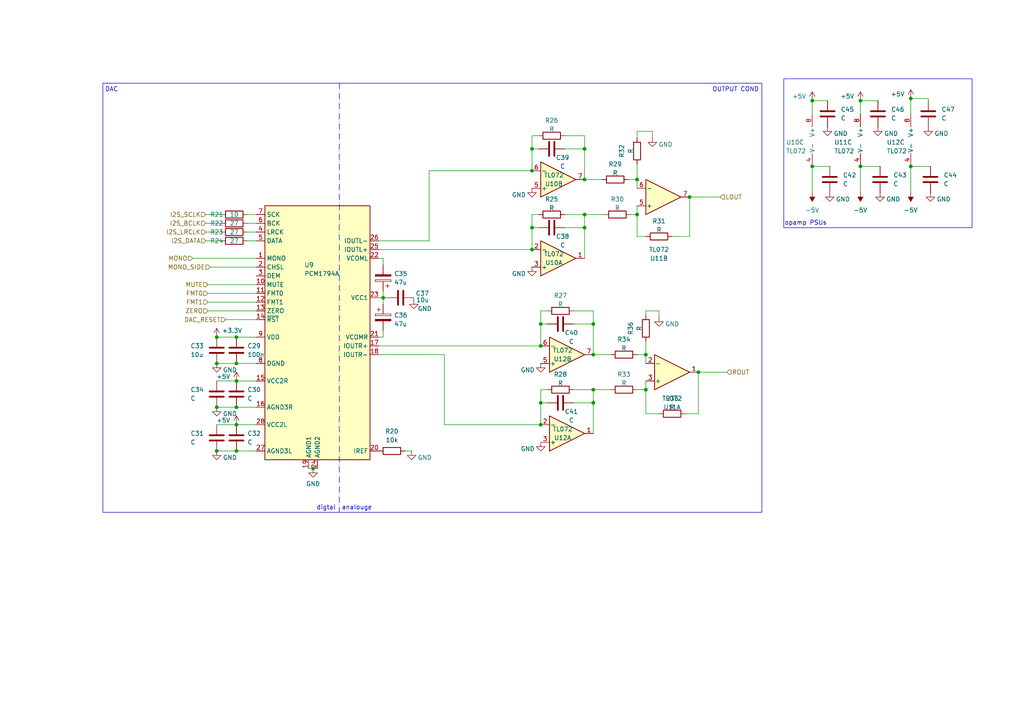
<source format=kicad_sch>
(kicad_sch (version 20231120) (generator "eeschema") (generator_version "8.0")
  (paper "A4")
  (lib_symbols
    (symbol "Amplifier_Operational:TL072" (pin_names (offset 0.127))
      (property "Reference" "U" (at 0 5.08 0))
      (property "Value" "TL072" (at 0 -5.08 0))
      (symbol "TL072_1_1"
        (polyline (pts (xy -5.08 5.08) (xy 5.08 0) (xy -5.08 -5.08) (xy -5.08 5.08)) (stroke (width 0.254)) (fill (type background)))
        (pin output line (at 7.62 0 180) (length 2.54) (name "~") (number "1"))
        (pin input line (at -7.62 -2.54 0) (length 2.54) (name "-") (number "2"))
        (pin input line (at -7.62 2.54 0) (length 2.54) (name "+") (number "3"))
      )
      (symbol "TL072_2_1"
        (polyline (pts (xy -5.08 5.08) (xy 5.08 0) (xy -5.08 -5.08) (xy -5.08 5.08)) (stroke (width 0.254)) (fill (type background)))
        (pin input line (at -7.62 2.54 0) (length 2.54) (name "+") (number "5"))
        (pin input line (at -7.62 -2.54 0) (length 2.54) (name "-") (number "6"))
        (pin output line (at 7.62 0 180) (length 2.54) (name "~") (number "7"))
      )
      (symbol "TL072_3_1"
        (pin power_in line (at -2.54 -7.62 90) (length 3.81) (name "V-") (number "4"))
        (pin power_in line (at -2.54 7.62 270) (length 3.81) (name "V+") (number "8"))
      )
    )
    (symbol "Audio:PCM1794A"
      (property "Reference" "U9" (at 7.2741 22.225 0))
      (property "Value" "PCM1794A" (at 7.2741 19.685 0))
      (symbol "PCM1794A_0_1"
        (rectangle (start -15.24 17.78) (end 15.24 -55.88) (stroke (width 0.254)) (fill (type background)))
      )
      (symbol "PCM1794A_1_1"
        (pin input line (at -17.78 2.54 0) (length 2.54) (name "MONO") (number "1"))
        (pin input line (at -17.78 -5.08 0) (length 2.54) (name "MUTE") (number "10"))
        (pin input line (at -17.78 -7.62 0) (length 2.54) (name "FMT0") (number "11"))
        (pin input line (at -17.78 -10.16 0) (length 2.54) (name "FMT1") (number "12"))
        (pin open_collector line (at -17.78 -12.7 0) (length 2.54) (name "ZERO") (number "13"))
        (pin input line (at -17.78 -15.24 0) (length 2.54) (name "~{RST}") (number "14"))
        (pin power_in line (at -17.78 -33.02 0) (length 2.54) (name "VCC2R") (number "15"))
        (pin power_in line (at -17.78 -40.64 0) (length 2.54) (name "AGND3R") (number "16"))
        (pin output line (at 17.78 -22.86 180) (length 2.54) (name "IOUTR+") (number "17"))
        (pin output line (at 17.78 -25.4 180) (length 2.54) (name "IOUTR-") (number "18"))
        (pin power_in line (at -2.54 -58.42 90) (length 2.54) (name "AGND1") (number "19"))
        (pin input line (at -17.78 0 0) (length 2.54) (name "CHSL") (number "2"))
        (pin passive line (at 17.78 -53.34 180) (length 2.54) (name "IREF") (number "20"))
        (pin output line (at 17.78 -20.32 180) (length 2.54) (name "VCOMR") (number "21"))
        (pin passive line (at 17.78 2.54 180) (length 2.54) (name "VCOML") (number "22"))
        (pin power_in line (at 17.78 -8.89 180) (length 2.54) (name "VCC1") (number "23"))
        (pin power_in line (at 0 -58.42 90) (length 2.54) (name "AGND2") (number "24"))
        (pin output line (at 17.78 5.08 180) (length 2.54) (name "IOUTL+") (number "25"))
        (pin output line (at 17.78 7.62 180) (length 2.54) (name "IOUTL-") (number "26"))
        (pin power_in line (at -17.78 -53.34 0) (length 2.54) (name "AGND3L") (number "27"))
        (pin power_in line (at -17.78 -45.72 0) (length 2.54) (name "VCC2L") (number "28"))
        (pin input line (at -17.78 -2.54 0) (length 2.54) (name "DEM") (number "3"))
        (pin input line (at -17.78 10.16 0) (length 2.54) (name "LRCK") (number "4"))
        (pin input line (at -17.78 7.62 0) (length 2.54) (name "DATA") (number "5"))
        (pin input line (at -17.78 12.7 0) (length 2.54) (name "BCK") (number "6"))
        (pin input line (at -17.78 15.24 0) (length 2.54) (name "SCK") (number "7"))
        (pin power_in line (at -17.78 -27.94 0) (length 2.54) (name "DGND") (number "8"))
        (pin power_in line (at -17.78 -20.32 0) (length 2.54) (name "VDD") (number "9"))
      )
    )
    (symbol "Device:C" (pin_numbers hide) (pin_names (offset 0.254))
      (property "Reference" "C" (at 0.635 2.54 0))
      (property "Value" "C" (at 0.635 -2.54 0))
      (symbol "C_0_1"
        (polyline (pts (xy -2.032 -0.762) (xy 2.032 -0.762)) (stroke (width 0.508)))
        (polyline (pts (xy -2.032 0.762) (xy 2.032 0.762)) (stroke (width 0.508)))
      )
      (symbol "C_1_1"
        (pin passive line (at 0 3.81 270) (length 2.794) (name "~") (number "1"))
        (pin passive line (at 0 -3.81 90) (length 2.794) (name "~") (number "2"))
      )
    )
    (symbol "Device:C_Polarized" (pin_numbers hide) (pin_names (offset 0.254))
      (property "Reference" "C" (at 0.635 2.54 0))
      (property "Value" "C_Polarized" (at 0.635 -2.54 0))
      (symbol "C_Polarized_0_1"
        (rectangle (start -2.286 0.508) (end 2.286 1.016))
        (polyline (pts (xy -1.778 2.286) (xy -0.762 2.286)))
        (polyline (pts (xy -1.27 2.794) (xy -1.27 1.778)))
        (rectangle (start 2.286 -0.508) (end -2.286 -1.016) (fill (type outline)))
      )
      (symbol "C_Polarized_1_1"
        (pin passive line (at 0 3.81 270) (length 2.794) (name "~") (number "1"))
        (pin passive line (at 0 -3.81 90) (length 2.794) (name "~") (number "2"))
      )
    )
    (symbol "Device:R" (pin_numbers hide) (pin_names (offset 0))
      (property "Reference" "R" (at 2.032 0 90))
      (property "Value" "R" (at 0 0 90))
      (symbol "R_0_1"
        (rectangle (start -1.016 -2.54) (end 1.016 2.54) (stroke (width 0.254)))
      )
      (symbol "R_1_1"
        (pin passive line (at 0 3.81 270) (length 1.27) (name "~") (number "1"))
        (pin passive line (at 0 -3.81 90) (length 1.27) (name "~") (number "2"))
      )
    )
    (symbol "power:+3.3V" (power) (pin_numbers hide) (pin_names (offset 0) hide)
      (property "Value" "+3.3V" (at 0 3.556 0))
      (symbol "+3.3V_0_1"
        (polyline (pts (xy -0.762 1.27) (xy 0 2.54)))
        (polyline (pts (xy 0 0) (xy 0 2.54)))
        (polyline (pts (xy 0 2.54) (xy 0.762 1.27)))
      )
      (symbol "+3.3V_1_1"
        (pin power_in line (at 0 0 90) (length 0) (name "~") (number "1"))
      )
    )
    (symbol "power:+5V" (power) (pin_numbers hide) (pin_names (offset 0) hide)
      (property "Value" "+5V" (at 0 3.556 0))
      (symbol "+5V_0_1"
        (polyline (pts (xy -0.762 1.27) (xy 0 2.54)))
        (polyline (pts (xy 0 0) (xy 0 2.54)))
        (polyline (pts (xy 0 2.54) (xy 0.762 1.27)))
      )
      (symbol "+5V_1_1"
        (pin power_in line (at 0 0 90) (length 0) (name "~") (number "1"))
      )
    )
    (symbol "power:-5V" (power) (pin_numbers hide) (pin_names (offset 0) hide)
      (property "Value" "-5V" (at 0 3.556 0))
      (symbol "-5V_0_0"
        (pin power_in line (at 0 0 90) (length 0) (name "~") (number "1"))
      )
      (symbol "-5V_0_1"
        (polyline (pts (xy 0 0) (xy 0 1.27) (xy 0.762 1.27) (xy 0 2.54) (xy -0.762 1.27) (xy 0 1.27)) (fill (type outline)))
      )
    )
    (symbol "power:GND" (power) (pin_numbers hide) (pin_names (offset 0) hide)
      (property "Value" "GND" (at 0 -3.81 0))
      (symbol "GND_0_1"
        (polyline (pts (xy 0 0) (xy 0 -1.27) (xy 1.27 -1.27) (xy 0 -2.54) (xy -1.27 -1.27) (xy 0 -1.27)))
      )
      (symbol "GND_1_1"
        (pin power_in line (at 0 0 270) (length 0) (name "~") (number "1"))
      )
    )
  )
  (junction (at 172.085 93.98))
  (junction (at 62.865 118.11))
  (junction (at 187.325 102.87))
  (junction (at 169.545 52.07))
  (junction (at 172.085 116.84))
  (junction (at 249.555 29.21))
  (junction (at 154.305 43.18))
  (junction (at 200.025 57.15))
  (junction (at 154.305 72.39))
  (junction (at 156.845 93.98))
  (junction (at 264.16 48.26))
  (junction (at 187.325 113.03))
  (junction (at 156.845 116.84))
  (junction (at 172.085 113.03))
  (junction (at 184.785 52.07))
  (junction (at 62.865 105.41))
  (junction (at 62.865 130.81))
  (junction (at 90.805 135.89))
  (junction (at 235.585 48.26))
  (junction (at 184.785 62.23))
  (junction (at 68.58 110.49))
  (junction (at 68.58 123.19))
  (junction (at 169.545 62.23))
  (junction (at 68.58 130.81))
  (junction (at 172.085 102.87))
  (junction (at 68.58 97.79))
  (junction (at 156.845 100.33))
  (junction (at 202.565 107.95))
  (junction (at 169.545 66.04))
  (junction (at 111.125 86.36))
  (junction (at 235.585 29.21))
  (junction (at 169.545 43.18))
  (junction (at 154.305 49.53))
  (junction (at 68.58 105.41))
  (junction (at 62.865 97.79))
  (junction (at 68.58 118.11))
  (junction (at 154.305 66.04))
  (junction (at 156.845 123.19))
  (junction (at 264.16 28.575))
  (junction (at 249.555 48.26))
  (wire (pts (xy 235.585 48.26) (xy 240.665 48.26)))
  (wire (pts (xy 172.085 113.03) (xy 177.165 113.03)))
  (wire (pts (xy 109.855 74.93) (xy 111.125 74.93)))
  (wire (pts (xy 59.69 64.77) (xy 64.135 64.77)))
  (wire (pts (xy 249.555 29.21) (xy 249.555 33.02)))
  (wire (pts (xy 156.845 100.33) (xy 156.845 93.98)))
  (wire (pts (xy 184.785 62.23) (xy 184.785 68.58)))
  (wire (pts (xy 62.865 110.49) (xy 68.58 110.49)))
  (wire (pts (xy 184.785 113.03) (xy 187.325 113.03)))
  (wire (pts (xy 184.785 38.1) (xy 189.23 38.1)))
  (wire (pts (xy 169.545 66.04) (xy 169.545 74.93)))
  (wire (pts (xy 235.585 29.21) (xy 235.585 33.02)))
  (wire (pts (xy 166.37 93.98) (xy 172.085 93.98)))
  (wire (pts (xy 154.305 66.04) (xy 156.21 66.04)))
  (wire (pts (xy 249.555 29.21) (xy 254.635 29.21)))
  (wire (pts (xy 68.58 130.81) (xy 74.295 130.81)))
  (wire (pts (xy 62.865 105.41) (xy 68.58 105.41)))
  (wire (pts (xy 202.565 107.95) (xy 210.82 107.95)))
  (wire (pts (xy 264.16 48.26) (xy 269.875 48.26)))
  (wire (pts (xy 187.325 102.87) (xy 187.325 105.41)))
  (wire (pts (xy 109.855 69.85) (xy 124.46 69.85)))
  (wire (pts (xy 184.785 52.07) (xy 184.785 54.61)))
  (wire (pts (xy 111.125 74.93) (xy 111.125 76.835)))
  (wire (pts (xy 62.865 130.81) (xy 68.58 130.81)))
  (wire (pts (xy 187.325 99.06) (xy 187.325 102.87)))
  (wire (pts (xy 156.845 90.17) (xy 158.75 90.17)))
  (wire (pts (xy 156.845 116.84) (xy 158.75 116.84)))
  (wire (pts (xy 156.845 113.03) (xy 158.75 113.03)))
  (wire (pts (xy 264.16 28.575) (xy 264.16 33.02)))
  (wire (pts (xy 60.325 82.55) (xy 74.295 82.55)))
  (wire (pts (xy 182.88 62.23) (xy 184.785 62.23)))
  (wire (pts (xy 172.085 90.17) (xy 172.085 93.98)))
  (wire (pts (xy 184.785 68.58) (xy 187.325 68.58)))
  (wire (pts (xy 59.69 67.31) (xy 64.135 67.31)))
  (wire (pts (xy 156.845 93.98) (xy 158.75 93.98)))
  (wire (pts (xy 200.025 57.15) (xy 208.915 57.15)))
  (wire (pts (xy 120.015 86.995) (xy 120.015 86.36)))
  (wire (pts (xy 154.305 43.18) (xy 154.305 39.37)))
  (wire (pts (xy 111.125 86.36) (xy 111.125 88.265)))
  (wire (pts (xy 111.125 84.455) (xy 111.125 86.36)))
  (wire (pts (xy 163.83 43.18) (xy 169.545 43.18)))
  (wire (pts (xy 264.16 55.88) (xy 264.16 48.26)))
  (wire (pts (xy 156.845 93.98) (xy 156.845 90.17)))
  (wire (pts (xy 163.83 62.23) (xy 169.545 62.23)))
  (wire (pts (xy 68.58 110.49) (xy 74.295 110.49)))
  (polyline (pts (xy 98.425 24.13) (xy 98.425 148.59)) (stroke (width 0) (type dash_dot)))
  (wire (pts (xy 191.135 90.17) (xy 191.135 92.075)))
  (wire (pts (xy 187.325 90.17) (xy 191.135 90.17)))
  (wire (pts (xy 154.305 49.53) (xy 154.305 43.18)))
  (wire (pts (xy 184.785 47.625) (xy 184.785 52.07)))
  (wire (pts (xy 71.755 69.85) (xy 74.295 69.85)))
  (wire (pts (xy 65.405 92.71) (xy 74.295 92.71)))
  (wire (pts (xy 55.88 74.93) (xy 74.295 74.93)))
  (wire (pts (xy 111.125 86.36) (xy 112.395 86.36)))
  (wire (pts (xy 169.545 43.18) (xy 169.545 52.07)))
  (wire (pts (xy 154.305 72.39) (xy 154.305 66.04)))
  (wire (pts (xy 249.555 48.26) (xy 255.27 48.26)))
  (wire (pts (xy 154.305 39.37) (xy 156.21 39.37)))
  (wire (pts (xy 182.245 52.07) (xy 184.785 52.07)))
  (wire (pts (xy 119.38 130.81) (xy 117.475 130.81)))
  (wire (pts (xy 163.83 39.37) (xy 169.545 39.37)))
  (wire (pts (xy 154.305 43.18) (xy 156.21 43.18)))
  (wire (pts (xy 172.085 102.87) (xy 177.165 102.87)))
  (wire (pts (xy 202.565 120.015) (xy 202.565 107.95)))
  (wire (pts (xy 163.83 66.04) (xy 169.545 66.04)))
  (wire (pts (xy 169.545 62.23) (xy 169.545 66.04)))
  (wire (pts (xy 59.69 69.85) (xy 64.135 69.85)))
  (wire (pts (xy 169.545 52.07) (xy 174.625 52.07)))
  (wire (pts (xy 264.16 28.575) (xy 269.24 28.575)))
  (wire (pts (xy 269.24 28.575) (xy 269.24 29.21)))
  (wire (pts (xy 187.325 120.015) (xy 191.135 120.015)))
  (wire (pts (xy 172.085 93.98) (xy 172.085 102.87)))
  (wire (pts (xy 194.945 68.58) (xy 200.025 68.58)))
  (wire (pts (xy 187.325 91.44) (xy 187.325 90.17)))
  (wire (pts (xy 124.46 49.53) (xy 154.305 49.53)))
  (wire (pts (xy 198.755 120.015) (xy 202.565 120.015)))
  (wire (pts (xy 187.325 113.03) (xy 187.325 120.015)))
  (wire (pts (xy 200.025 68.58) (xy 200.025 57.15)))
  (wire (pts (xy 109.855 86.36) (xy 111.125 86.36)))
  (wire (pts (xy 109.855 100.33) (xy 156.845 100.33)))
  (wire (pts (xy 184.785 102.87) (xy 187.325 102.87)))
  (wire (pts (xy 109.855 102.87) (xy 128.905 102.87)))
  (wire (pts (xy 68.58 97.79) (xy 74.295 97.79)))
  (wire (pts (xy 62.865 123.19) (xy 68.58 123.19)))
  (wire (pts (xy 154.305 66.04) (xy 154.305 62.23)))
  (wire (pts (xy 128.905 123.19) (xy 156.845 123.19)))
  (wire (pts (xy 68.58 123.19) (xy 74.295 123.19)))
  (wire (pts (xy 184.785 40.005) (xy 184.785 38.1)))
  (wire (pts (xy 111.125 95.885) (xy 111.125 97.79)))
  (wire (pts (xy 124.46 69.85) (xy 124.46 49.53)))
  (wire (pts (xy 169.545 62.23) (xy 175.26 62.23)))
  (wire (pts (xy 172.085 116.84) (xy 172.085 125.73)))
  (wire (pts (xy 109.855 72.39) (xy 154.305 72.39)))
  (wire (pts (xy 71.755 67.31) (xy 74.295 67.31)))
  (wire (pts (xy 89.535 135.89) (xy 90.805 135.89)))
  (wire (pts (xy 90.805 135.89) (xy 92.075 135.89)))
  (wire (pts (xy 59.69 62.23) (xy 64.135 62.23)))
  (wire (pts (xy 62.865 118.11) (xy 68.58 118.11)))
  (wire (pts (xy 172.085 113.03) (xy 172.085 116.84)))
  (wire (pts (xy 156.845 116.84) (xy 156.845 113.03)))
  (wire (pts (xy 169.545 39.37) (xy 169.545 43.18)))
  (wire (pts (xy 154.305 62.23) (xy 156.21 62.23)))
  (wire (pts (xy 187.325 113.03) (xy 187.325 110.49)))
  (wire (pts (xy 235.585 29.21) (xy 240.03 29.21)))
  (wire (pts (xy 60.325 90.17) (xy 74.295 90.17)))
  (wire (pts (xy 60.96 77.47) (xy 74.295 77.47)))
  (wire (pts (xy 249.555 55.88) (xy 249.555 48.26)))
  (wire (pts (xy 166.37 90.17) (xy 172.085 90.17)))
  (wire (pts (xy 189.23 38.1) (xy 189.23 40.005)))
  (wire (pts (xy 71.755 64.77) (xy 74.295 64.77)))
  (wire (pts (xy 156.845 123.19) (xy 156.845 116.84)))
  (wire (pts (xy 109.855 97.79) (xy 111.125 97.79)))
  (wire (pts (xy 166.37 116.84) (xy 172.085 116.84)))
  (wire (pts (xy 60.325 87.63) (xy 74.295 87.63)))
  (wire (pts (xy 68.58 105.41) (xy 74.295 105.41)))
  (wire (pts (xy 235.585 55.88) (xy 235.585 48.26)))
  (wire (pts (xy 128.905 102.87) (xy 128.905 123.19)))
  (wire (pts (xy 68.58 118.11) (xy 74.295 118.11)))
  (wire (pts (xy 166.37 113.03) (xy 172.085 113.03)))
  (wire (pts (xy 184.785 59.69) (xy 184.785 62.23)))
  (wire (pts (xy 62.865 97.79) (xy 68.58 97.79)))
  (wire (pts (xy 60.325 85.09) (xy 74.295 85.09)))
  (wire (pts (xy 71.755 62.23) (xy 74.295 62.23)))
  (rectangle (start 227.33 22.86) (end 281.94 66.04))
  (rectangle (start 29.845 24.13) (end 220.98 148.59))
  (text "analouge" (at 103.505 147.32 0) (effects (font (size 1.27 1.27))))
  (text "OUTPUT COND" (at 213.36 26.035 0) (effects (font (size 1.27 1.27))))
  (text "DAC" (at 32.385 26.035 0) (effects (font (size 1.27 1.27))))
  (text "opamp PSUs" (at 233.68 64.77 0) (effects (font (size 1.27 1.27))))
  (text "digtal" (at 94.615 147.32 0) (effects (font (size 1.27 1.27))))
  (hierarchical_label "FMT1" (shape input) (at 60.325 87.63 180))
  (hierarchical_label "I2S_DATA" (shape input) (at 59.69 69.85 180))
  (hierarchical_label "FMT0" (shape input) (at 60.325 85.09 180))
  (hierarchical_label "MUTE" (shape input) (at 60.325 82.55 180))
  (hierarchical_label "ROUT" (shape input) (at 210.82 107.95 0))
  (hierarchical_label "LOUT" (shape input) (at 208.915 57.15 0))
  (hierarchical_label "MONO_SIDE" (shape input) (at 60.96 77.47 180))
  (hierarchical_label "ZERO" (shape input) (at 60.325 90.17 180))
  (hierarchical_label "I2S_BCLK" (shape input) (at 59.69 64.77 180))
  (hierarchical_label "I2S_LRCLK" (shape input) (at 59.69 67.31 180))
  (hierarchical_label "MONO" (shape input) (at 55.88 74.93 180))
  (hierarchical_label "I2S_SCLK" (shape input) (at 59.69 62.23 180))
  (hierarchical_label "DAC_RESET" (shape input) (at 65.405 92.71 180))
  (symbol (lib_id "Device:R") (at 67.945 67.31 90) (unit 1)
    (property "Reference" "R23" (at 62.865 67.31 90))
    (property "Value" "27" (at 67.945 67.31 90))
    (property "Description" "Resistor" (effects (hide yes)))
  )
  (symbol (lib_id "Amplifier_Operational:TL072") (at 238.125 40.64 0) (unit 3)
    (property "Reference" "U10" (at 227.965 41.275 0) (effects (justify left)))
    (property "Value" "TL072" (at 227.965 43.815 0) (effects (justify left)))
    (property "Datasheet" "http://www.ti.com/lit/ds/symlink/tl071.pdf" (effects (hide yes)))
    (property "Description" "Dual Low-Noise JFET-Input Operational Amplifiers, DIP-8/SOIC-8" (effects (hide yes)))
  )
  (symbol (lib_id "power:+5V") (at 249.555 29.21 0) (unit 1)
    (property "Reference" "#PWR098" (effects (hide yes)))
    (property "Value" "+5V" (at 245.745 27.94 0))
    (property "Description" "Power symbol creates a global label with name \"+5V\"" (effects (hide yes)))
  )
  (symbol (lib_id "Device:R") (at 160.02 62.23 90) (unit 1)
    (property "Reference" "R25" (at 160.02 57.785 90))
    (property "Value" "R" (at 160.02 60.325 90))
    (property "Description" "Resistor" (effects (hide yes)))
  )
  (symbol (lib_id "Device:C") (at 68.58 101.6 0) (unit 1)
    (property "Reference" "C29" (at 71.755 100.3299 0) (effects (justify left)))
    (property "Value" "100n" (at 71.755 102.8699 0) (effects (justify left)))
    (property "Description" "Unpolarized capacitor" (effects (hide yes)))
  )
  (symbol (lib_id "Device:C_Polarized") (at 111.125 92.075 0) (unit 1)
    (property "Reference" "C36" (at 114.3 91.44 0) (effects (justify left)))
    (property "Value" "47u" (at 114.3 93.98 0) (effects (justify left)))
    (property "Description" "Polarized capacitor" (effects (hide yes)))
  )
  (symbol (lib_id "power:GND") (at 255.27 55.88 0) (unit 1)
    (property "Reference" "#PWR081" (effects (hide yes)))
    (property "Value" "GND" (at 259.08 57.785 0))
    (property "Description" "Power symbol creates a global label with name \"GND\" , ground" (effects (hide yes)))
  )
  (symbol (lib_id "Device:C_Polarized") (at 111.125 80.645 180) (unit 1)
    (property "Reference" "C35" (at 114.3 79.375 0) (effects (justify right)))
    (property "Value" "47u" (at 114.3 81.915 0) (effects (justify right)))
    (property "Description" "Polarized capacitor" (effects (hide yes)))
  )
  (symbol (lib_id "Device:R") (at 178.435 52.07 90) (unit 1)
    (property "Reference" "R29" (at 178.435 47.625 90))
    (property "Value" "R" (at 178.435 50.165 90))
    (property "Description" "Resistor" (effects (hide yes)))
  )
  (symbol (lib_id "Device:C") (at 160.02 66.04 90) (unit 1)
    (property "Reference" "C38" (at 163.195 68.58 90))
    (property "Value" "C" (at 163.195 71.12 90))
    (property "Description" "Unpolarized capacitor" (effects (hide yes)))
  )
  (symbol (lib_id "power:GND") (at 240.665 55.88 0) (unit 1)
    (property "Reference" "#PWR080" (effects (hide yes)))
    (property "Value" "GND" (at 244.475 57.785 0))
    (property "Description" "Power symbol creates a global label with name \"GND\" , ground" (effects (hide yes)))
  )
  (symbol (lib_id "power:GND") (at 156.845 128.27 0) (unit 1)
    (property "Reference" "#PWR068" (effects (hide yes)))
    (property "Value" "GND" (at 153.035 130.175 0))
    (property "Description" "Power symbol creates a global label with name \"GND\" , ground" (effects (hide yes)))
  )
  (symbol (lib_id "power:+5V") (at 235.585 29.21 0) (unit 1)
    (property "Reference" "#PWR097" (effects (hide yes)))
    (property "Value" "+5V" (at 231.775 27.94 0))
    (property "Description" "Power symbol creates a global label with name \"+5V\"" (effects (hide yes)))
  )
  (symbol (lib_id "Device:R") (at 194.945 120.015 90) (unit 1)
    (property "Reference" "R35" (at 194.945 115.57 90))
    (property "Value" "R" (at 194.945 118.11 90))
    (property "Description" "Resistor" (effects (hide yes)))
  )
  (symbol (lib_id "Device:R") (at 67.945 62.23 90) (unit 1)
    (property "Reference" "R21" (at 62.865 62.23 90))
    (property "Value" "10" (at 67.945 62.23 90))
    (property "Description" "Resistor" (effects (hide yes)))
  )
  (symbol (lib_id "Device:R") (at 67.945 64.77 90) (unit 1)
    (property "Reference" "R22" (at 62.865 64.77 90))
    (property "Value" "27" (at 67.945 64.77 90))
    (property "Description" "Resistor" (effects (hide yes)))
  )
  (symbol (lib_id "power:-5V") (at 235.585 55.88 180) (unit 1)
    (property "Reference" "#PWR074" (effects (hide yes)))
    (property "Value" "-5V" (at 235.585 60.96 0))
    (property "Description" "Power symbol creates a global label with name \"-5V\"" (effects (hide yes)))
  )
  (symbol (lib_id "Amplifier_Operational:TL072") (at 164.465 125.73 0) (mirror x) (unit 1)
    (property "Reference" "U12" (at 163.195 127 0))
    (property "Value" "TL072" (at 163.195 124.46 0))
    (property "Datasheet" "http://www.ti.com/lit/ds/symlink/tl071.pdf" (effects (hide yes)))
    (property "Description" "Dual Low-Noise JFET-Input Operational Amplifiers, DIP-8/SOIC-8" (effects (hide yes)))
  )
  (symbol (lib_id "Device:C") (at 68.58 114.3 0) (unit 1)
    (property "Reference" "C30" (at 71.755 113.0299 0) (effects (justify left)))
    (property "Value" "C" (at 71.755 115.5699 0) (effects (justify left)))
    (property "Description" "Unpolarized capacitor" (effects (hide yes)))
  )
  (symbol (lib_id "Device:C") (at 162.56 116.84 90) (unit 1)
    (property "Reference" "C41" (at 165.735 119.38 90))
    (property "Value" "C" (at 165.735 121.92 90))
    (property "Description" "Unpolarized capacitor" (effects (hide yes)))
  )
  (symbol (lib_id "power:GND") (at 269.875 55.88 0) (unit 1)
    (property "Reference" "#PWR082" (effects (hide yes)))
    (property "Value" "GND" (at 273.685 57.785 0))
    (property "Description" "Power symbol creates a global label with name \"GND\" , ground" (effects (hide yes)))
  )
  (symbol (lib_id "power:GND") (at 156.845 105.41 0) (unit 1)
    (property "Reference" "#PWR069" (effects (hide yes)))
    (property "Value" "GND" (at 153.035 107.315 0))
    (property "Description" "Power symbol creates a global label with name \"GND\" , ground" (effects (hide yes)))
  )
  (symbol (lib_id "Device:C") (at 255.27 52.07 0) (unit 1)
    (property "Reference" "C43" (at 259.08 50.7999 0) (effects (justify left)))
    (property "Value" "C" (at 259.08 53.3399 0) (effects (justify left)))
    (property "Description" "Unpolarized capacitor" (effects (hide yes)))
  )
  (symbol (lib_id "power:GND") (at 189.23 40.005 0) (unit 1)
    (property "Reference" "#PWR072" (effects (hide yes)))
    (property "Value" "GND" (at 193.04 41.91 0))
    (property "Description" "Power symbol creates a global label with name \"GND\" , ground" (effects (hide yes)))
  )
  (symbol (lib_id "power:-5V") (at 249.555 55.88 180) (unit 1)
    (property "Reference" "#PWR075" (effects (hide yes)))
    (property "Value" "-5V" (at 249.555 60.96 0))
    (property "Description" "Power symbol creates a global label with name \"-5V\"" (effects (hide yes)))
  )
  (symbol (lib_id "Amplifier_Operational:TL072") (at 266.7 40.64 0) (unit 3)
    (property "Reference" "U12" (at 257.175 41.275 0) (effects (justify left)))
    (property "Value" "TL072" (at 257.175 43.815 0) (effects (justify left)))
    (property "Datasheet" "http://www.ti.com/lit/ds/symlink/tl071.pdf" (effects (hide yes)))
    (property "Description" "Dual Low-Noise JFET-Input Operational Amplifiers, DIP-8/SOIC-8" (effects (hide yes)))
  )
  (symbol (lib_id "Amplifier_Operational:TL072") (at 252.095 40.64 0) (unit 3)
    (property "Reference" "U11" (at 241.935 41.275 0) (effects (justify left)))
    (property "Value" "TL072" (at 241.935 43.815 0) (effects (justify left)))
    (property "Datasheet" "http://www.ti.com/lit/ds/symlink/tl071.pdf" (effects (hide yes)))
    (property "Description" "Dual Low-Noise JFET-Input Operational Amplifiers, DIP-8/SOIC-8" (effects (hide yes)))
  )
  (symbol (lib_id "power:GND") (at 120.015 86.995 0) (unit 1)
    (property "Reference" "#PWR066" (effects (hide yes)))
    (property "Value" "GND" (at 123.19 89.535 0))
    (property "Description" "Power symbol creates a global label with name \"GND\" , ground" (effects (hide yes)))
  )
  (symbol (lib_id "power:GND") (at 191.135 92.075 0) (unit 1)
    (property "Reference" "#PWR073" (effects (hide yes)))
    (property "Value" "GND" (at 194.945 93.98 0))
    (property "Description" "Power symbol creates a global label with name \"GND\" , ground" (effects (hide yes)))
  )
  (symbol (lib_id "Device:C") (at 62.865 127 0) (unit 1)
    (property "Reference" "C31" (at 55.245 125.73 0) (effects (justify left)))
    (property "Value" "C" (at 55.245 128.27 0) (effects (justify left)))
    (property "Description" "Unpolarized capacitor" (effects (hide yes)))
  )
  (symbol (lib_id "power:GND") (at 119.38 130.81 0) (unit 1)
    (property "Reference" "#PWR067" (effects (hide yes)))
    (property "Value" "GND" (at 123.19 132.715 0))
    (property "Description" "Power symbol creates a global label with name \"GND\" , ground" (effects (hide yes)))
  )
  (symbol (lib_id "power:GND") (at 62.865 118.11 0) (unit 1)
    (property "Reference" "#PWR063" (effects (hide yes)))
    (property "Value" "GND" (at 66.675 120.015 0))
    (property "Description" "Power symbol creates a global label with name \"GND\" , ground" (effects (hide yes)))
  )
  (symbol (lib_id "Device:R") (at 113.665 130.81 90) (unit 1)
    (property "Reference" "R20" (at 113.665 125.095 90))
    (property "Value" "10k" (at 113.665 127.635 90))
    (property "Description" "Resistor" (effects (hide yes)))
  )
  (symbol (lib_id "Amplifier_Operational:TL072") (at 161.925 74.93 0) (mirror x) (unit 1)
    (property "Reference" "U10" (at 160.655 76.2 0))
    (property "Value" "TL072" (at 160.655 73.66 0))
    (property "Datasheet" "http://www.ti.com/lit/ds/symlink/tl071.pdf" (effects (hide yes)))
    (property "Description" "Dual Low-Noise JFET-Input Operational Amplifiers, DIP-8/SOIC-8" (effects (hide yes)))
  )
  (symbol (lib_id "Device:R") (at 180.975 113.03 90) (unit 1)
    (property "Reference" "R33" (at 180.975 108.585 90))
    (property "Value" "R" (at 180.975 111.125 90))
    (property "Description" "Resistor" (effects (hide yes)))
  )
  (symbol (lib_id "Device:R") (at 184.785 43.815 180) (unit 1)
    (property "Reference" "R32" (at 180.34 43.815 90))
    (property "Value" "R" (at 182.88 43.815 90))
    (property "Description" "Resistor" (effects (hide yes)))
  )
  (symbol (lib_id "power:GND") (at 62.865 105.41 0) (unit 1)
    (property "Reference" "#PWR064" (effects (hide yes)))
    (property "Value" "GND" (at 66.675 107.315 0))
    (property "Description" "Power symbol creates a global label with name \"GND\" , ground" (effects (hide yes)))
  )
  (symbol (lib_id "power:GND") (at 154.305 54.61 0) (unit 1)
    (property "Reference" "#PWR071" (effects (hide yes)))
    (property "Value" "GND" (at 150.495 56.515 0))
    (property "Description" "Power symbol creates a global label with name \"GND\" , ground" (effects (hide yes)))
  )
  (symbol (lib_id "Device:R") (at 180.975 102.87 90) (unit 1)
    (property "Reference" "R34" (at 180.975 98.425 90))
    (property "Value" "R" (at 180.975 100.965 90))
    (property "Description" "Resistor" (effects (hide yes)))
  )
  (symbol (lib_id "Amplifier_Operational:TL072") (at 192.405 57.15 0) (mirror x) (unit 2)
    (property "Reference" "U11" (at 191.135 74.93 0))
    (property "Value" "TL072" (at 191.135 72.39 0))
    (property "Datasheet" "http://www.ti.com/lit/ds/symlink/tl071.pdf" (effects (hide yes)))
    (property "Description" "Dual Low-Noise JFET-Input Operational Amplifiers, DIP-8/SOIC-8" (effects (hide yes)))
  )
  (symbol (lib_id "power:+5V") (at 68.58 123.19 0) (unit 1)
    (property "Reference" "#PWR078" (effects (hide yes)))
    (property "Value" "+5V" (at 64.77 121.92 0))
    (property "Description" "Power symbol creates a global label with name \"+5V\"" (effects (hide yes)))
  )
  (symbol (lib_id "Amplifier_Operational:TL072") (at 194.945 107.95 0) (mirror x) (unit 1)
    (property "Reference" "U11" (at 194.945 118.11 0))
    (property "Value" "TL072" (at 194.945 115.57 0))
    (property "Datasheet" "http://www.ti.com/lit/ds/symlink/tl071.pdf" (effects (hide yes)))
    (property "Description" "Dual Low-Noise JFET-Input Operational Amplifiers, DIP-8/SOIC-8" (effects (hide yes)))
  )
  (symbol (lib_id "Device:R") (at 160.02 39.37 90) (unit 1)
    (property "Reference" "R26" (at 160.02 34.925 90))
    (property "Value" "R" (at 160.02 37.465 90))
    (property "Description" "Resistor" (effects (hide yes)))
  )
  (symbol (lib_id "Device:C") (at 240.03 33.02 0) (unit 1)
    (property "Reference" "C45" (at 243.84 31.7499 0) (effects (justify left)))
    (property "Value" "C" (at 243.84 34.2899 0) (effects (justify left)))
    (property "Description" "Unpolarized capacitor" (effects (hide yes)))
  )
  (symbol (lib_id "Device:C") (at 240.665 52.07 0) (unit 1)
    (property "Reference" "C42" (at 244.475 50.7999 0) (effects (justify left)))
    (property "Value" "C" (at 244.475 53.3399 0) (effects (justify left)))
    (property "Description" "Unpolarized capacitor" (effects (hide yes)))
  )
  (symbol (lib_id "Device:R") (at 179.07 62.23 90) (unit 1)
    (property "Reference" "R30" (at 179.07 57.785 90))
    (property "Value" "R" (at 179.07 60.325 90))
    (property "Description" "Resistor" (effects (hide yes)))
  )
  (symbol (lib_id "power:GND") (at 90.805 135.89 0) (unit 1)
    (property "Reference" "#PWR062" (effects (hide yes)))
    (property "Value" "GND" (at 90.805 140.335 0))
    (property "Description" "Power symbol creates a global label with name \"GND\" , ground" (effects (hide yes)))
  )
  (symbol (lib_id "Device:C") (at 160.02 43.18 90) (unit 1)
    (property "Reference" "C39" (at 163.195 45.72 90))
    (property "Value" "C" (at 163.195 48.26 90))
    (property "Description" "Unpolarized capacitor" (effects (hide yes)))
  )
  (symbol (lib_id "power:GND") (at 269.24 36.83 0) (unit 1)
    (property "Reference" "#PWR083" (effects (hide yes)))
    (property "Value" "GND" (at 273.05 38.735 0))
    (property "Description" "Power symbol creates a global label with name \"GND\" , ground" (effects (hide yes)))
  )
  (symbol (lib_id "Device:C") (at 116.205 86.36 90) (unit 1)
    (property "Reference" "C37" (at 124.46 85.09 90) (effects (justify left)))
    (property "Value" "10u" (at 124.46 86.995 90) (effects (justify left)))
    (property "Description" "Unpolarized capacitor" (effects (hide yes)))
  )
  (symbol (lib_id "Device:R") (at 162.56 113.03 90) (unit 1)
    (property "Reference" "R28" (at 162.56 108.585 90))
    (property "Value" "R" (at 162.56 111.125 90))
    (property "Description" "Resistor" (effects (hide yes)))
  )
  (symbol (lib_id "Device:C") (at 269.24 33.02 0) (unit 1)
    (property "Reference" "C47" (at 273.05 31.7499 0) (effects (justify left)))
    (property "Value" "C" (at 273.05 34.2899 0) (effects (justify left)))
    (property "Description" "Unpolarized capacitor" (effects (hide yes)))
  )
  (symbol (lib_id "power:+3.3V") (at 62.865 97.79 0) (unit 1)
    (property "Reference" "#PWR079" (effects (hide yes)))
    (property "Value" "+3.3V" (at 67.31 95.885 0))
    (property "Description" "Power symbol creates a global label with name \"+3.3V\"" (effects (hide yes)))
  )
  (symbol (lib_id "Device:R") (at 67.945 69.85 90) (unit 1)
    (property "Reference" "R24" (at 62.865 69.85 90))
    (property "Value" "27" (at 67.945 69.85 90))
    (property "Description" "Resistor" (effects (hide yes)))
  )
  (symbol (lib_id "Amplifier_Operational:TL072") (at 164.465 102.87 0) (mirror x) (unit 2)
    (property "Reference" "U12" (at 163.195 104.14 0))
    (property "Value" "TL072" (at 163.195 101.6 0))
    (property "Datasheet" "http://www.ti.com/lit/ds/symlink/tl071.pdf" (effects (hide yes)))
    (property "Description" "Dual Low-Noise JFET-Input Operational Amplifiers, DIP-8/SOIC-8" (effects (hide yes)))
  )
  (symbol (lib_id "Device:R") (at 191.135 68.58 90) (unit 1)
    (property "Reference" "R31" (at 191.135 64.135 90))
    (property "Value" "R" (at 191.135 66.675 90))
    (property "Description" "Resistor" (effects (hide yes)))
  )
  (symbol (lib_id "power:GND") (at 254.635 36.83 0) (unit 1)
    (property "Reference" "#PWR084" (effects (hide yes)))
    (property "Value" "GND" (at 258.445 38.735 0))
    (property "Description" "Power symbol creates a global label with name \"GND\" , ground" (effects (hide yes)))
  )
  (symbol (lib_id "power:GND") (at 154.305 77.47 0) (unit 1)
    (property "Reference" "#PWR070" (effects (hide yes)))
    (property "Value" "GND" (at 150.495 79.375 0))
    (property "Description" "Power symbol creates a global label with name \"GND\" , ground" (effects (hide yes)))
  )
  (symbol (lib_id "Device:C") (at 254.635 33.02 0) (unit 1)
    (property "Reference" "C46" (at 258.445 31.7499 0) (effects (justify left)))
    (property "Value" "C" (at 258.445 34.2899 0) (effects (justify left)))
    (property "Description" "Unpolarized capacitor" (effects (hide yes)))
  )
  (symbol (lib_id "Audio:PCM1794A") (at 92.075 77.47 0) (unit 1)
    (property "Reference" "U9" (at 88.265 76.835 0) (effects (justify left)))
    (property "Value" "PCM1794A" (at 88.265 79.375 0) (effects (justify left)))
    (property "Footprint" "Package_SO:SSOP-28_5.3x10.2mm_P0.65mm" (effects (hide yes)))
    (property "Datasheet" "http://www.ti.com/lit/ds/symlink/pcm1794a.pdf" (effects (hide yes)))
    (property "Description" "24-Bit, 192-kHz Sampling, Advanced Segment, Audio Stereo Digital-to-Analog Converter, HW Control, SSOP-28" (effects (hide yes)))
  )
  (symbol (lib_id "power:GND") (at 240.03 36.83 0) (unit 1)
    (property "Reference" "#PWR085" (effects (hide yes)))
    (property "Value" "GND" (at 243.84 38.735 0))
    (property "Description" "Power symbol creates a global label with name \"GND\" , ground" (effects (hide yes)))
  )
  (symbol (lib_id "power:+5V") (at 68.58 110.49 0) (unit 1)
    (property "Reference" "#PWR077" (effects (hide yes)))
    (property "Value" "+5V" (at 64.77 109.22 0))
    (property "Description" "Power symbol creates a global label with name \"+5V\"" (effects (hide yes)))
  )
  (symbol (lib_id "power:GND") (at 62.865 130.81 0) (unit 1)
    (property "Reference" "#PWR065" (effects (hide yes)))
    (property "Value" "GND" (at 66.675 132.715 0))
    (property "Description" "Power symbol creates a global label with name \"GND\" , ground" (effects (hide yes)))
  )
  (symbol (lib_id "Amplifier_Operational:TL072") (at 161.925 52.07 0) (mirror x) (unit 2)
    (property "Reference" "U10" (at 160.655 53.34 0))
    (property "Value" "TL072" (at 160.655 50.8 0))
    (property "Datasheet" "http://www.ti.com/lit/ds/symlink/tl071.pdf" (effects (hide yes)))
    (property "Description" "Dual Low-Noise JFET-Input Operational Amplifiers, DIP-8/SOIC-8" (effects (hide yes)))
  )
  (symbol (lib_id "power:+5V") (at 264.16 28.575 0) (unit 1)
    (property "Reference" "#PWR099" (effects (hide yes)))
    (property "Value" "+5V" (at 260.35 27.305 0))
    (property "Description" "Power symbol creates a global label with name \"+5V\"" (effects (hide yes)))
  )
  (symbol (lib_id "Device:C") (at 162.56 93.98 90) (unit 1)
    (property "Reference" "C40" (at 165.735 96.52 90))
    (property "Value" "C" (at 165.735 99.06 90))
    (property "Description" "Unpolarized capacitor" (effects (hide yes)))
  )
  (symbol (lib_id "Device:C") (at 68.58 127 0) (unit 1)
    (property "Reference" "C32" (at 71.755 125.7299 0) (effects (justify left)))
    (property "Value" "C" (at 71.755 128.2699 0) (effects (justify left)))
    (property "Description" "Unpolarized capacitor" (effects (hide yes)))
  )
  (symbol (lib_id "Device:C") (at 62.865 114.3 0) (unit 1)
    (property "Reference" "C34" (at 55.245 113.03 0) (effects (justify left)))
    (property "Value" "C" (at 55.245 115.57 0) (effects (justify left)))
    (property "Description" "Unpolarized capacitor" (effects (hide yes)))
  )
  (symbol (lib_id "Device:C") (at 269.875 52.07 0) (unit 1)
    (property "Reference" "C44" (at 273.685 50.7999 0) (effects (justify left)))
    (property "Value" "C" (at 273.685 53.3399 0) (effects (justify left)))
    (property "Description" "Unpolarized capacitor" (effects (hide yes)))
  )
  (symbol (lib_id "Device:R") (at 187.325 95.25 180) (unit 1)
    (property "Reference" "R36" (at 182.88 95.25 90))
    (property "Value" "R" (at 185.42 95.25 90))
    (property "Description" "Resistor" (effects (hide yes)))
  )
  (symbol (lib_id "power:-5V") (at 264.16 55.88 180) (unit 1)
    (property "Reference" "#PWR076" (effects (hide yes)))
    (property "Value" "-5V" (at 264.16 60.96 0))
    (property "Description" "Power symbol creates a global label with name \"-5V\"" (effects (hide yes)))
  )
  (symbol (lib_id "Device:C") (at 62.865 101.6 0) (unit 1)
    (property "Reference" "C33" (at 55.245 100.33 0) (effects (justify left)))
    (property "Value" "10u" (at 55.245 102.87 0) (effects (justify left)))
    (property "Description" "Unpolarized capacitor" (effects (hide yes)))
  )
  (symbol (lib_id "Device:R") (at 162.56 90.17 90) (unit 1)
    (property "Reference" "R27" (at 162.56 85.725 90))
    (property "Value" "R" (at 162.56 88.265 90))
    (property "Description" "Resistor" (effects (hide yes)))
  )
)
</source>
